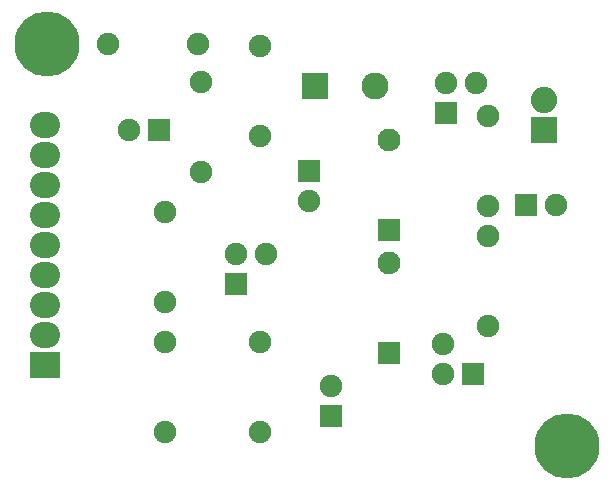
<source format=gts>
G04 #@! TF.FileFunction,Soldermask,Top*
%FSLAX45Y45*%
G04 Gerber Fmt 4.5, Leading zero omitted, Abs format (unit mm)*
G04 Created by KiCad (PCBNEW (2015-01-25 BZR 5388)-product) date Mo 03 Aug 2015 14:18:17 CEST*
%MOMM*%
G01*
G04 APERTURE LIST*
%ADD10C,0.150000*%
%ADD11C,5.509260*%
%ADD12C,1.905000*%
%ADD13R,1.930400X1.930400*%
%ADD14C,1.930400*%
%ADD15R,2.540000X2.235200*%
%ADD16O,2.540000X2.235200*%
%ADD17R,2.235200X2.235200*%
%ADD18O,2.235200X2.235200*%
%ADD19R,1.905000X1.905000*%
%ADD20R,2.286000X2.286000*%
%ADD21C,2.286000*%
G04 APERTURE END LIST*
D10*
D11*
X17100042Y-9900158D03*
X12700000Y-6499860D03*
D12*
X13999972Y-6818884D03*
X13999972Y-7580884D03*
X16433800Y-7112000D03*
X16433800Y-7874000D03*
X16433800Y-8128000D03*
X16433800Y-8890000D03*
X13699998Y-7918958D03*
X13699998Y-8680958D03*
X14500098Y-6518910D03*
X14500098Y-7280910D03*
X13218922Y-6500114D03*
X13980922Y-6500114D03*
X13699998Y-9019032D03*
X13699998Y-9781032D03*
X14500098Y-9781032D03*
X14500098Y-9019032D03*
D13*
X15595600Y-9118600D03*
D14*
X15595600Y-8356600D03*
D13*
X15595600Y-8077200D03*
D14*
X15595600Y-7315200D03*
D15*
X12680000Y-9216000D03*
D16*
X12680000Y-8962000D03*
X12680000Y-8708000D03*
X12680000Y-8454000D03*
X12680000Y-8200000D03*
X12680000Y-7946000D03*
X12680000Y-7692000D03*
X12680000Y-7438000D03*
X12680000Y-7184000D03*
D17*
X16910000Y-7227000D03*
D18*
X16910000Y-6973000D03*
D19*
X13647000Y-7230000D03*
D12*
X13393000Y-7230000D03*
D19*
X14920000Y-7573000D03*
D12*
X14920000Y-7827000D03*
D19*
X15100000Y-9647000D03*
D12*
X15100000Y-9393000D03*
D20*
X14966000Y-6850000D03*
D21*
X15474000Y-6850000D03*
D19*
X16753000Y-7860000D03*
D12*
X17007000Y-7860000D03*
D19*
X16306800Y-9296400D03*
D12*
X16052800Y-9296400D03*
X16052800Y-9042400D03*
D19*
X16078200Y-7086600D03*
D12*
X16078200Y-6832600D03*
X16332200Y-6832600D03*
D19*
X14300200Y-8534400D03*
D12*
X14300200Y-8280400D03*
X14554200Y-8280400D03*
M02*

</source>
